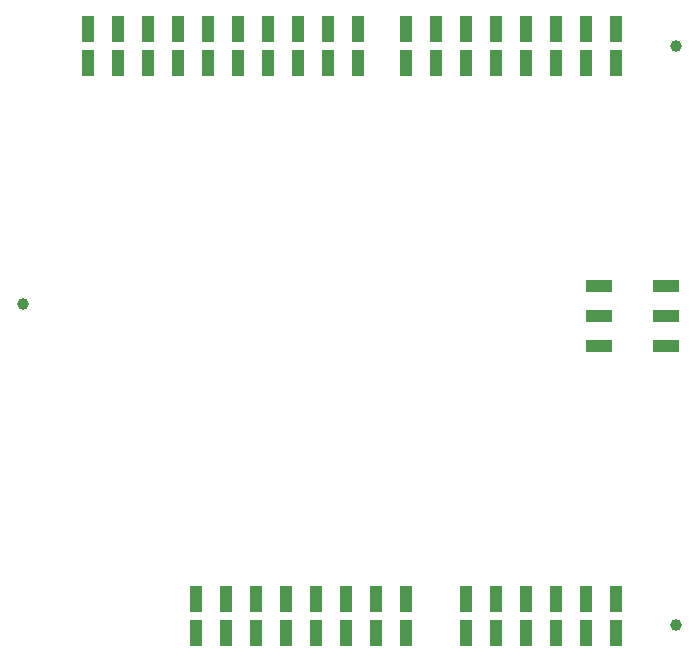
<source format=gbp>
G04*
G04 #@! TF.GenerationSoftware,Altium Limited,Altium Designer,22.10.1 (41)*
G04*
G04 Layer_Color=128*
%FSLAX24Y24*%
%MOIN*%
G70*
G04*
G04 #@! TF.SameCoordinates,1EAF6387-FA3A-421D-BABF-0C9075E41397*
G04*
G04*
G04 #@! TF.FilePolarity,Positive*
G04*
G01*
G75*
%ADD26R,0.0402X0.0862*%
%ADD27C,0.0394*%
%ADD59R,0.0874X0.0402*%
D26*
X15000Y20877D02*
D03*
Y19723D02*
D03*
X14000Y20877D02*
D03*
Y19723D02*
D03*
X20000Y20877D02*
D03*
Y19723D02*
D03*
X19000D02*
D03*
Y20877D02*
D03*
X18000Y19723D02*
D03*
Y20877D02*
D03*
X16000Y19723D02*
D03*
Y20877D02*
D03*
X17000Y19723D02*
D03*
Y20877D02*
D03*
X21000D02*
D03*
Y19723D02*
D03*
X4400Y20877D02*
D03*
Y19723D02*
D03*
X3400Y20877D02*
D03*
Y19723D02*
D03*
X12400D02*
D03*
Y20877D02*
D03*
X8400D02*
D03*
Y19723D02*
D03*
X7400Y20877D02*
D03*
Y19723D02*
D03*
X9400Y20877D02*
D03*
Y19723D02*
D03*
X10400Y20877D02*
D03*
Y19723D02*
D03*
X11400D02*
D03*
Y20877D02*
D03*
X5400Y19723D02*
D03*
Y20877D02*
D03*
X6400Y19723D02*
D03*
Y20877D02*
D03*
X17000Y723D02*
D03*
Y1877D02*
D03*
X18000D02*
D03*
Y723D02*
D03*
X19000Y1877D02*
D03*
Y723D02*
D03*
X21000Y1877D02*
D03*
Y723D02*
D03*
X20000Y1877D02*
D03*
Y723D02*
D03*
X16000D02*
D03*
Y1877D02*
D03*
X13000Y723D02*
D03*
Y1877D02*
D03*
X14000Y723D02*
D03*
Y1877D02*
D03*
X8000Y723D02*
D03*
Y1877D02*
D03*
X9000D02*
D03*
Y723D02*
D03*
X10000Y1877D02*
D03*
Y723D02*
D03*
X12000Y1877D02*
D03*
Y723D02*
D03*
X11000Y1877D02*
D03*
Y723D02*
D03*
X7000D02*
D03*
Y1877D02*
D03*
D27*
X23000Y20300D02*
D03*
X1213Y11706D02*
D03*
X22986Y1000D02*
D03*
D59*
X20438Y10300D02*
D03*
X22662D02*
D03*
X20438Y11300D02*
D03*
Y12300D02*
D03*
X22662Y11300D02*
D03*
Y12300D02*
D03*
M02*

</source>
